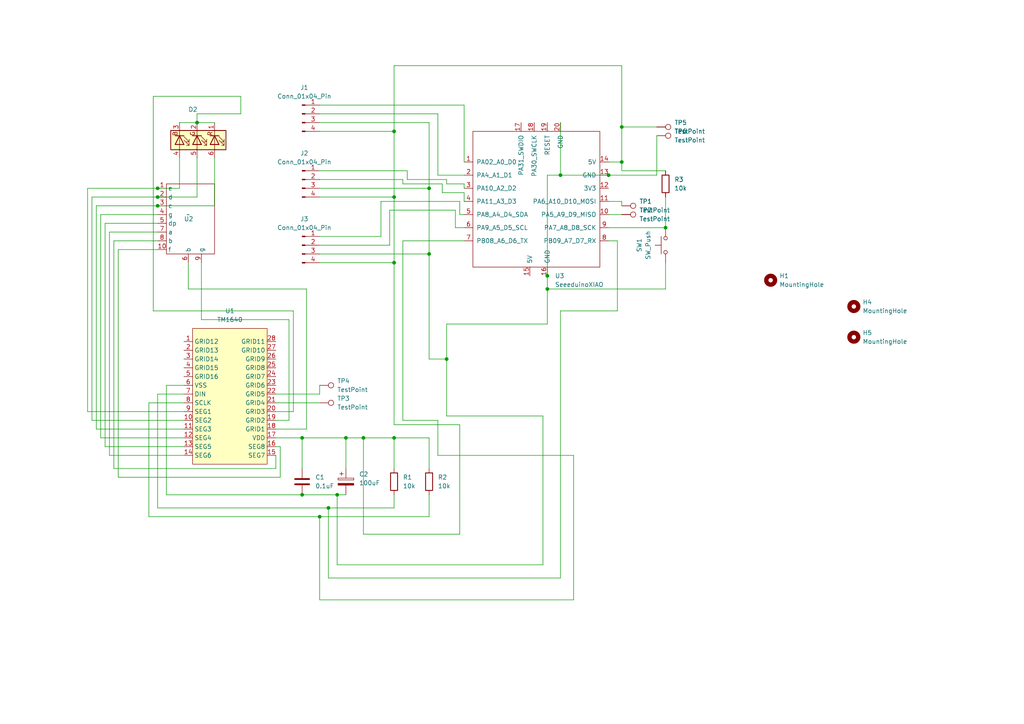
<source format=kicad_sch>
(kicad_sch (version 20230121) (generator eeschema)
  (paper "A4")
  (lib_symbols
    (symbol "7seg2_1"
      (property "Reference" "U" (at 0 0 0))
      (symbol "7seg2_1_0_1"
        (rectangle (start -6.35 8.89) (end 7.62 -11.43))
      )
      (symbol "7seg2_1_1_1"
        (pin input line (at -8.89 7.62 0) (length 2.54) (name "e") (number "1"))
        (pin input line (at -8.89 -10.16 0) (length 2.54) (name "f") (number "10"))
        (pin input line (at -8.89 5.08 0) (length 2.54) (name "d") (number "2"))
        (pin input line (at -8.89 2.54 0) (length 2.54) (name "c") (number "3"))
        (pin input line (at -8.89 0 0) (length 2.54) (name "g") (number "4"))
        (pin input line (at -8.89 -2.54 0) (length 2.54) (name "dp") (number "5"))
        (pin input line (at 0 -13.97 90) (length 2.54) (name "b") (number "6"))
        (pin input line (at -8.89 -5.08 0) (length 2.54) (name "a") (number "7"))
        (pin input line (at -8.89 -7.62 0) (length 2.54) (name "b") (number "8"))
        (pin input line (at 3.81 -13.97 90) (length 2.54) (name "g") (number "9"))
      )
    )
    (symbol "Connector:Conn_01x04_Pin" (pin_names (offset 1.016) hide)
      (property "Reference" "J" (at 0 5.08 0))
      (property "Value" "Conn_01x04_Pin" (at 0 -7.62 0))
      (symbol "Conn_01x04_Pin_1_1"
        (polyline (pts (xy 1.27 -5.08) (xy 0.8636 -5.08)) (stroke (width 0.1524)))
        (polyline (pts (xy 1.27 -2.54) (xy 0.8636 -2.54)) (stroke (width 0.1524)))
        (polyline (pts (xy 1.27 0) (xy 0.8636 0)) (stroke (width 0.1524)))
        (polyline (pts (xy 1.27 2.54) (xy 0.8636 2.54)) (stroke (width 0.1524)))
        (rectangle (start 0.8636 -4.953) (end 0 -5.207) (stroke (width 0.1524)) (fill (type outline)))
        (rectangle (start 0.8636 -2.413) (end 0 -2.667) (stroke (width 0.1524)) (fill (type outline)))
        (rectangle (start 0.8636 0.127) (end 0 -0.127) (stroke (width 0.1524)) (fill (type outline)))
        (rectangle (start 0.8636 2.667) (end 0 2.413) (stroke (width 0.1524)) (fill (type outline)))
        (pin passive line (at 5.08 2.54 180) (length 3.81) (name "Pin_1") (number "1"))
        (pin passive line (at 5.08 0 180) (length 3.81) (name "Pin_2") (number "2"))
        (pin passive line (at 5.08 -2.54 180) (length 3.81) (name "Pin_3") (number "3"))
        (pin passive line (at 5.08 -5.08 180) (length 3.81) (name "Pin_4") (number "4"))
      )
    )
    (symbol "Connector:TestPoint" (pin_numbers hide) (pin_names (offset 0.762) hide)
      (property "Reference" "TP" (at 0 6.858 0))
      (property "Value" "TestPoint" (at 0 5.08 0))
      (symbol "TestPoint_0_1"
        (circle (center 0 3.302) (radius 0.762))
      )
      (symbol "TestPoint_1_1"
        (pin passive line (at 0 0 90) (length 2.54) (name "1") (number "1"))
      )
    )
    (symbol "Device:C" (pin_numbers hide) (pin_names (offset 0.254))
      (property "Reference" "C" (at 0.635 2.54 0))
      (property "Value" "C" (at 0.635 -2.54 0))
      (symbol "C_0_1"
        (polyline (pts (xy -2.032 -0.762) (xy 2.032 -0.762)) (stroke (width 0.508)))
        (polyline (pts (xy -2.032 0.762) (xy 2.032 0.762)) (stroke (width 0.508)))
      )
      (symbol "C_1_1"
        (pin passive line (at 0 3.81 270) (length 2.794) (name "~") (number "1"))
        (pin passive line (at 0 -3.81 90) (length 2.794) (name "~") (number "2"))
      )
    )
    (symbol "Device:C_Polarized" (pin_numbers hide) (pin_names (offset 0.254))
      (property "Reference" "C" (at 0.635 2.54 0))
      (property "Value" "C_Polarized" (at 0.635 -2.54 0))
      (symbol "C_Polarized_0_1"
        (rectangle (start -2.286 0.508) (end 2.286 1.016))
        (polyline (pts (xy -1.778 2.286) (xy -0.762 2.286)))
        (polyline (pts (xy -1.27 2.794) (xy -1.27 1.778)))
        (rectangle (start 2.286 -0.508) (end -2.286 -1.016) (fill (type outline)))
      )
      (symbol "C_Polarized_1_1"
        (pin passive line (at 0 3.81 270) (length 2.794) (name "~") (number "1"))
        (pin passive line (at 0 -3.81 90) (length 2.794) (name "~") (number "2"))
      )
    )
    (symbol "Device:LED_RGB" (pin_names (offset 0) hide)
      (property "Reference" "D" (at 0 9.398 0))
      (property "Value" "LED_RGB" (at 0 -8.89 0))
      (symbol "LED_RGB_0_0"
        (text "B" (at -1.905 -6.35 0) (effects (font (size 1.27 1.27))))
        (text "G" (at -1.905 -1.27 0) (effects (font (size 1.27 1.27))))
        (text "R" (at -1.905 3.81 0) (effects (font (size 1.27 1.27))))
      )
      (symbol "LED_RGB_0_1"
        (polyline (pts (xy -1.27 -5.08) (xy -2.54 -5.08)))
        (polyline (pts (xy -1.27 -5.08) (xy 1.27 -5.08)))
        (polyline (pts (xy -1.27 -3.81) (xy -1.27 -6.35)) (stroke (width 0.254)))
        (polyline (pts (xy -1.27 0) (xy -2.54 0)))
        (polyline (pts (xy -1.27 1.27) (xy -1.27 -1.27)) (stroke (width 0.254)))
        (polyline (pts (xy -1.27 5.08) (xy -2.54 5.08)))
        (polyline (pts (xy -1.27 5.08) (xy 1.27 5.08)))
        (polyline (pts (xy -1.27 6.35) (xy -1.27 3.81)) (stroke (width 0.254)))
        (polyline (pts (xy 1.27 -5.08) (xy 2.54 -5.08)))
        (polyline (pts (xy 1.27 0) (xy -1.27 0)))
        (polyline (pts (xy 1.27 0) (xy 2.54 0)))
        (polyline (pts (xy 1.27 5.08) (xy 2.54 5.08)))
        (polyline (pts (xy -1.27 1.27) (xy -1.27 -1.27) (xy -1.27 -1.27)))
        (polyline (pts (xy -1.27 6.35) (xy -1.27 3.81) (xy -1.27 3.81)))
        (polyline (pts (xy 1.27 -3.81) (xy 1.27 -6.35) (xy -1.27 -5.08) (xy 1.27 -3.81)) (stroke (width 0.254)))
        (polyline (pts (xy 1.27 1.27) (xy 1.27 -1.27) (xy -1.27 0) (xy 1.27 1.27)) (stroke (width 0.254)))
        (polyline (pts (xy 1.27 6.35) (xy 1.27 3.81) (xy -1.27 5.08) (xy 1.27 6.35)) (stroke (width 0.254)))
        (polyline (pts (xy -1.016 -3.81) (xy 0.508 -2.286) (xy -0.254 -2.286) (xy 0.508 -2.286) (xy 0.508 -3.048)))
        (polyline (pts (xy -1.016 1.27) (xy 0.508 2.794) (xy -0.254 2.794) (xy 0.508 2.794) (xy 0.508 2.032)))
        (polyline (pts (xy -1.016 6.35) (xy 0.508 7.874) (xy -0.254 7.874) (xy 0.508 7.874) (xy 0.508 7.112)))
        (polyline (pts (xy 0 -3.81) (xy 1.524 -2.286) (xy 0.762 -2.286) (xy 1.524 -2.286) (xy 1.524 -3.048)))
        (polyline (pts (xy 0 1.27) (xy 1.524 2.794) (xy 0.762 2.794) (xy 1.524 2.794) (xy 1.524 2.032)))
        (polyline (pts (xy 0 6.35) (xy 1.524 7.874) (xy 0.762 7.874) (xy 1.524 7.874) (xy 1.524 7.112)))
        (rectangle (start 1.27 -1.27) (end 1.27 1.27))
        (rectangle (start 1.27 1.27) (end 1.27 1.27))
        (rectangle (start 1.27 3.81) (end 1.27 6.35))
        (rectangle (start 1.27 6.35) (end 1.27 6.35))
        (rectangle (start 2.794 8.382) (end -2.794 -7.62) (stroke (width 0.254)) (fill (type background)))
      )
      (symbol "LED_RGB_1_1"
        (pin passive line (at -5.08 5.08 0) (length 2.54) (name "RK") (number "1"))
        (pin passive line (at -5.08 0 0) (length 2.54) (name "GK") (number "2"))
        (pin passive line (at -5.08 -5.08 0) (length 2.54) (name "BK") (number "3"))
        (pin passive line (at 5.08 -5.08 180) (length 2.54) (name "BA") (number "4"))
        (pin passive line (at 5.08 0 180) (length 2.54) (name "GA") (number "5"))
        (pin passive line (at 5.08 5.08 180) (length 2.54) (name "RA") (number "6"))
      )
    )
    (symbol "Device:R" (pin_numbers hide) (pin_names (offset 0))
      (property "Reference" "R" (at 2.032 0 90))
      (property "Value" "R" (at 0 0 90))
      (symbol "R_0_1"
        (rectangle (start -1.016 -2.54) (end 1.016 2.54) (stroke (width 0.254)))
      )
      (symbol "R_1_1"
        (pin passive line (at 0 3.81 270) (length 1.27) (name "~") (number "1"))
        (pin passive line (at 0 -3.81 90) (length 1.27) (name "~") (number "2"))
      )
    )
    (symbol "Mechanical:MountingHole" (pin_names (offset 1.016))
      (property "Reference" "H" (at 0 5.08 0))
      (property "Value" "MountingHole" (at 0 3.175 0))
      (symbol "MountingHole_0_1"
        (circle (center 0 0) (radius 1.27) (stroke (width 1.27)))
      )
    )
    (symbol "Switch:SW_Push" (pin_numbers hide) (pin_names (offset 1.016) hide)
      (property "Reference" "SW" (at 1.27 2.54 0))
      (property "Value" "SW_Push" (at 0 -1.524 0))
      (symbol "SW_Push_0_1"
        (circle (center -2.032 0) (radius 0.508))
        (polyline (pts (xy 0 1.27) (xy 0 3.048)))
        (polyline (pts (xy 2.54 1.27) (xy -2.54 1.27)))
        (circle (center 2.032 0) (radius 0.508))
        (pin passive line (at -5.08 0 0) (length 2.54) (name "1") (number "1"))
        (pin passive line (at 5.08 0 180) (length 2.54) (name "2") (number "2"))
      )
    )
    (symbol "tm1640:TM1640"
      (property "Reference" "U" (at 7.62 31.75 0))
      (property "Value" "TM1640" (at 24.13 31.75 0))
      (symbol "TM1640_0_1"
        (rectangle (start 6.35 30.48) (end 27.94 -8.89) (fill (type background)))
      )
      (symbol "TM1640_1_1"
        (pin bidirectional line (at 3.81 26.67 0) (length 2.54) (name "GRID12") (number "1"))
        (pin bidirectional line (at 3.81 3.81 0) (length 2.54) (name "SEG2") (number "10"))
        (pin bidirectional line (at 3.81 1.27 0) (length 2.54) (name "SEG3") (number "11"))
        (pin bidirectional line (at 3.81 -1.27 0) (length 2.54) (name "SEG4") (number "12"))
        (pin bidirectional line (at 3.81 -3.81 0) (length 2.54) (name "SEG5") (number "13"))
        (pin bidirectional line (at 3.81 -6.35 0) (length 2.54) (name "SEG6") (number "14"))
        (pin bidirectional line (at 30.48 -6.35 180) (length 2.54) (name "SEG7") (number "15"))
        (pin bidirectional line (at 30.48 -3.81 180) (length 2.54) (name "SEG8") (number "16"))
        (pin power_in line (at 30.48 -1.27 180) (length 2.54) (name "VDD") (number "17"))
        (pin bidirectional line (at 30.48 1.27 180) (length 2.54) (name "GRID1") (number "18"))
        (pin bidirectional line (at 30.48 3.81 180) (length 2.54) (name "GRID2") (number "19"))
        (pin bidirectional line (at 3.81 24.13 0) (length 2.54) (name "GRID13") (number "2"))
        (pin bidirectional line (at 30.48 6.35 180) (length 2.54) (name "GRID3") (number "20"))
        (pin bidirectional line (at 30.48 8.89 180) (length 2.54) (name "GRID4") (number "21"))
        (pin bidirectional line (at 30.48 11.43 180) (length 2.54) (name "GRID5") (number "22"))
        (pin bidirectional line (at 30.48 13.97 180) (length 2.54) (name "GRID6") (number "23"))
        (pin bidirectional line (at 30.48 16.51 180) (length 2.54) (name "GRID7") (number "24"))
        (pin bidirectional line (at 30.48 19.05 180) (length 2.54) (name "GRID8") (number "25"))
        (pin bidirectional line (at 30.48 21.59 180) (length 2.54) (name "GRID9") (number "26"))
        (pin bidirectional line (at 30.48 24.13 180) (length 2.54) (name "GRID10") (number "27"))
        (pin bidirectional line (at 30.48 26.67 180) (length 2.54) (name "GRID11") (number "28"))
        (pin bidirectional line (at 3.81 21.59 0) (length 2.54) (name "GRID14") (number "3"))
        (pin bidirectional line (at 3.81 19.05 0) (length 2.54) (name "GRID15") (number "4"))
        (pin bidirectional line (at 3.81 16.51 0) (length 2.54) (name "GRID16") (number "5"))
        (pin bidirectional line (at 3.81 13.97 0) (length 2.54) (name "VSS") (number "6"))
        (pin bidirectional line (at 3.81 11.43 0) (length 2.54) (name "DIN") (number "7"))
        (pin bidirectional line (at 3.81 8.89 0) (length 2.54) (name "SCLK") (number "8"))
        (pin bidirectional line (at 3.81 6.35 0) (length 2.54) (name "SEG1") (number "9"))
      )
    )
    (symbol "xiao:SeeeduinoXIAO" (pin_names (offset 1.016))
      (property "Reference" "U" (at -19.05 22.86 0))
      (property "Value" "SeeeduinoXIAO" (at -12.7 21.59 0))
      (symbol "SeeeduinoXIAO_0_1"
        (rectangle (start -19.05 20.32) (end 17.78 -19.05))
      )
      (symbol "SeeeduinoXIAO_1_1"
        (pin unspecified line (at -21.59 11.43 0) (length 2.54) (name "PA02_A0_D0") (number "1"))
        (pin unspecified line (at 20.32 -3.81 180) (length 2.54) (name "PA5_A9_D9_MISO") (number "10"))
        (pin unspecified line (at 20.32 0 180) (length 2.54) (name "PA6_A10_D10_MOSI") (number "11"))
        (pin unspecified line (at 20.32 3.81 180) (length 2.54) (name "3V3") (number "12"))
        (pin unspecified line (at 20.32 7.62 180) (length 2.54) (name "GND") (number "13"))
        (pin unspecified line (at 20.32 11.43 180) (length 2.54) (name "5V") (number "14"))
        (pin input line (at -2.54 -21.59 90) (length 2.54) (name "5V") (number "15"))
        (pin input line (at 2.54 -21.59 90) (length 2.54) (name "GND") (number "16"))
        (pin input line (at -5.08 22.86 270) (length 2.54) (name "PA31_SWDIO") (number "17"))
        (pin input line (at -1.27 22.86 270) (length 2.54) (name "PA30_SWCLK") (number "18"))
        (pin input line (at 2.54 22.86 270) (length 2.54) (name "RESET") (number "19"))
        (pin unspecified line (at -21.59 7.62 0) (length 2.54) (name "PA4_A1_D1") (number "2"))
        (pin input line (at 6.35 22.86 270) (length 2.54) (name "GND") (number "20"))
        (pin unspecified line (at -21.59 3.81 0) (length 2.54) (name "PA10_A2_D2") (number "3"))
        (pin unspecified line (at -21.59 0 0) (length 2.54) (name "PA11_A3_D3") (number "4"))
        (pin unspecified line (at -21.59 -3.81 0) (length 2.54) (name "PA8_A4_D4_SDA") (number "5"))
        (pin unspecified line (at -21.59 -7.62 0) (length 2.54) (name "PA9_A5_D5_SCL") (number "6"))
        (pin unspecified line (at -21.59 -11.43 0) (length 2.54) (name "PB08_A6_D6_TX") (number "7"))
        (pin unspecified line (at 20.32 -11.43 180) (length 2.54) (name "PB09_A7_D7_RX") (number "8"))
        (pin unspecified line (at 20.32 -7.62 180) (length 2.54) (name "PA7_A8_D8_SCK") (number "9"))
      )
    )
  )
  (junction (at 114.3 57.15))
  (junction (at 158.75 80.01))
  (junction (at 45.72 59.69))
  (junction (at 114.3 127))
  (junction (at 57.15 35.56))
  (junction (at 180.34 46.99))
  (junction (at 45.72 57.15))
  (junction (at 193.04 66.04))
  (junction (at 158.75 83.82))
  (junction (at 97.79 143.51))
  (junction (at 162.56 50.8))
  (junction (at 114.3 76.2))
  (junction (at 87.63 143.51))
  (junction (at 124.46 73.66))
  (junction (at 105.41 127))
  (junction (at 45.72 54.61))
  (junction (at 129.54 104.14))
  (junction (at 180.34 36.83))
  (junction (at 92.71 149.86))
  (junction (at 100.33 127))
  (junction (at 124.46 54.61))
  (junction (at 87.63 127))
  (junction (at 95.25 147.32))
  (junction (at 114.3 38.1))
  (junction (at 176.53 50.8))
  (wire (pts (xy 124.46 73.66) (xy 124.46 54.61)))
  (wire (pts (xy 85.09 90.17) (xy 85.09 119.38)))
  (wire (pts (xy 87.63 127) (xy 80.01 127)))
  (wire (pts (xy 166.37 132.08) (xy 127 132.08)))
  (wire (pts (xy 129.54 104.14) (xy 129.54 120.65)))
  (wire (pts (xy 176.53 58.42) (xy 180.34 58.42)))
  (wire (pts (xy 34.29 138.43) (xy 34.29 72.39)))
  (wire (pts (xy 179.07 69.85) (xy 176.53 69.85)))
  (wire (pts (xy 53.34 119.38) (xy 25.4 119.38)))
  (wire (pts (xy 193.04 57.15) (xy 193.04 66.04)))
  (wire (pts (xy 54.61 83.82) (xy 88.9 83.82)))
  (wire (pts (xy 31.75 132.08) (xy 31.75 67.31)))
  (wire (pts (xy 190.5 39.37) (xy 190.5 50.8)))
  (wire (pts (xy 27.94 124.46) (xy 27.94 59.69)))
  (wire (pts (xy 113.03 71.12) (xy 113.03 60.96)))
  (wire (pts (xy 129.54 52.07) (xy 129.54 53.34)))
  (wire (pts (xy 58.42 76.2) (xy 58.42 92.71)))
  (wire (pts (xy 124.46 73.66) (xy 92.71 73.66)))
  (wire (pts (xy 127 50.8) (xy 134.62 50.8)))
  (wire (pts (xy 25.4 119.38) (xy 25.4 54.61)))
  (wire (pts (xy 134.62 53.34) (xy 134.62 54.61)))
  (wire (pts (xy 190.5 50.8) (xy 176.53 50.8)))
  (wire (pts (xy 132.08 66.04) (xy 134.62 66.04)))
  (wire (pts (xy 45.72 57.15) (xy 57.15 57.15)))
  (wire (pts (xy 33.02 135.89) (xy 33.02 69.85)))
  (wire (pts (xy 87.63 143.51) (xy 48.26 143.51)))
  (wire (pts (xy 133.35 154.94) (xy 133.35 123.19)))
  (wire (pts (xy 43.18 149.86) (xy 92.71 149.86)))
  (wire (pts (xy 57.15 45.72) (xy 57.15 57.15)))
  (wire (pts (xy 162.56 90.17) (xy 162.56 167.64)))
  (wire (pts (xy 180.34 46.99) (xy 176.53 46.99)))
  (wire (pts (xy 30.48 129.54) (xy 30.48 64.77)))
  (wire (pts (xy 88.9 83.82) (xy 88.9 124.46)))
  (wire (pts (xy 53.34 127) (xy 29.21 127)))
  (wire (pts (xy 87.63 143.51) (xy 97.79 143.51)))
  (wire (pts (xy 48.26 111.76) (xy 53.34 111.76)))
  (wire (pts (xy 57.15 35.56) (xy 57.15 33.02)))
  (wire (pts (xy 43.18 116.84) (xy 53.34 116.84)))
  (wire (pts (xy 157.48 163.83) (xy 157.48 120.65)))
  (wire (pts (xy 57.15 35.56) (xy 62.23 35.56)))
  (wire (pts (xy 92.71 38.1) (xy 114.3 38.1)))
  (wire (pts (xy 116.84 69.85) (xy 134.62 69.85)))
  (wire (pts (xy 133.35 123.19) (xy 114.3 123.19)))
  (wire (pts (xy 127 33.02) (xy 127 50.8)))
  (wire (pts (xy 80.01 129.54) (xy 81.28 129.54)))
  (wire (pts (xy 127 121.92) (xy 116.84 121.92)))
  (wire (pts (xy 158.75 83.82) (xy 193.04 83.82)))
  (wire (pts (xy 180.34 36.83) (xy 190.5 36.83)))
  (wire (pts (xy 97.79 143.51) (xy 97.79 163.83)))
  (wire (pts (xy 124.46 54.61) (xy 92.71 54.61)))
  (wire (pts (xy 92.71 52.07) (xy 116.84 52.07)))
  (wire (pts (xy 129.54 93.98) (xy 129.54 104.14)))
  (wire (pts (xy 97.79 143.51) (xy 100.33 143.51)))
  (wire (pts (xy 180.34 36.83) (xy 180.34 46.99)))
  (wire (pts (xy 176.53 66.04) (xy 193.04 66.04)))
  (wire (pts (xy 53.34 132.08) (xy 31.75 132.08)))
  (wire (pts (xy 162.56 90.17) (xy 179.07 90.17)))
  (wire (pts (xy 25.4 54.61) (xy 45.72 54.61)))
  (wire (pts (xy 83.82 92.71) (xy 83.82 121.92)))
  (wire (pts (xy 33.02 69.85) (xy 45.72 69.85)))
  (wire (pts (xy 113.03 60.96) (xy 132.08 60.96)))
  (wire (pts (xy 53.34 121.92) (xy 26.67 121.92)))
  (wire (pts (xy 158.75 50.8) (xy 158.75 80.01)))
  (wire (pts (xy 92.71 76.2) (xy 114.3 76.2)))
  (wire (pts (xy 114.3 127) (xy 114.3 135.89)))
  (wire (pts (xy 80.01 135.89) (xy 33.02 135.89)))
  (wire (pts (xy 53.34 129.54) (xy 30.48 129.54)))
  (wire (pts (xy 92.71 71.12) (xy 113.03 71.12)))
  (wire (pts (xy 45.72 147.32) (xy 45.72 114.3)))
  (wire (pts (xy 114.3 127) (xy 124.46 127)))
  (wire (pts (xy 114.3 123.19) (xy 114.3 76.2)))
  (wire (pts (xy 26.67 57.15) (xy 45.72 57.15)))
  (wire (pts (xy 114.3 38.1) (xy 114.3 19.05)))
  (wire (pts (xy 45.72 59.69) (xy 62.23 59.69)))
  (wire (pts (xy 158.75 93.98) (xy 158.75 83.82)))
  (wire (pts (xy 83.82 121.92) (xy 80.01 121.92)))
  (wire (pts (xy 92.71 68.58) (xy 110.49 68.58)))
  (wire (pts (xy 95.25 147.32) (xy 95.25 167.64)))
  (wire (pts (xy 110.49 58.42) (xy 133.35 58.42)))
  (wire (pts (xy 100.33 127) (xy 105.41 127)))
  (wire (pts (xy 116.84 52.07) (xy 116.84 53.34)))
  (wire (pts (xy 132.08 60.96) (xy 132.08 66.04)))
  (wire (pts (xy 129.54 93.98) (xy 158.75 93.98)))
  (wire (pts (xy 69.85 27.94) (xy 69.85 33.02)))
  (wire (pts (xy 92.71 111.76) (xy 92.71 114.3)))
  (wire (pts (xy 124.46 143.51) (xy 124.46 149.86)))
  (wire (pts (xy 92.71 149.86) (xy 124.46 149.86)))
  (wire (pts (xy 114.3 19.05) (xy 180.34 19.05)))
  (wire (pts (xy 180.34 19.05) (xy 180.34 36.83)))
  (wire (pts (xy 176.53 62.23) (xy 180.34 62.23)))
  (wire (pts (xy 31.75 67.31) (xy 45.72 67.31)))
  (wire (pts (xy 45.72 147.32) (xy 95.25 147.32)))
  (wire (pts (xy 124.46 35.56) (xy 92.71 35.56)))
  (wire (pts (xy 193.04 49.53) (xy 180.34 49.53)))
  (wire (pts (xy 133.35 58.42) (xy 133.35 62.23)))
  (wire (pts (xy 81.28 138.43) (xy 34.29 138.43)))
  (wire (pts (xy 128.27 55.88) (xy 134.62 55.88)))
  (wire (pts (xy 29.21 127) (xy 29.21 62.23)))
  (wire (pts (xy 80.01 132.08) (xy 80.01 135.89)))
  (wire (pts (xy 92.71 49.53) (xy 118.11 49.53)))
  (wire (pts (xy 124.46 104.14) (xy 124.46 73.66)))
  (wire (pts (xy 133.35 62.23) (xy 134.62 62.23)))
  (wire (pts (xy 44.45 90.17) (xy 85.09 90.17)))
  (wire (pts (xy 54.61 83.82) (xy 54.61 76.2)))
  (wire (pts (xy 180.34 49.53) (xy 180.34 46.99)))
  (wire (pts (xy 43.18 149.86) (xy 43.18 116.84)))
  (wire (pts (xy 193.04 76.2) (xy 193.04 83.82)))
  (wire (pts (xy 92.71 57.15) (xy 114.3 57.15)))
  (wire (pts (xy 100.33 127) (xy 100.33 135.89)))
  (wire (pts (xy 114.3 76.2) (xy 114.3 57.15)))
  (wire (pts (xy 45.72 54.61) (xy 52.07 54.61)))
  (wire (pts (xy 92.71 30.48) (xy 134.62 30.48)))
  (wire (pts (xy 114.3 143.51) (xy 114.3 147.32)))
  (wire (pts (xy 166.37 173.99) (xy 166.37 132.08)))
  (wire (pts (xy 129.54 53.34) (xy 134.62 53.34)))
  (wire (pts (xy 87.63 127) (xy 100.33 127)))
  (wire (pts (xy 52.07 35.56) (xy 57.15 35.56)))
  (wire (pts (xy 128.27 53.34) (xy 128.27 55.88)))
  (wire (pts (xy 124.46 127) (xy 124.46 135.89)))
  (wire (pts (xy 105.41 154.94) (xy 105.41 127)))
  (wire (pts (xy 30.48 64.77) (xy 45.72 64.77)))
  (wire (pts (xy 92.71 149.86) (xy 92.71 173.99)))
  (wire (pts (xy 85.09 119.38) (xy 80.01 119.38)))
  (wire (pts (xy 81.28 129.54) (xy 81.28 138.43)))
  (wire (pts (xy 118.11 52.07) (xy 129.54 52.07)))
  (wire (pts (xy 162.56 50.8) (xy 158.75 50.8)))
  (wire (pts (xy 44.45 27.94) (xy 44.45 90.17)))
  (wire (pts (xy 80.01 116.84) (xy 92.71 116.84)))
  (wire (pts (xy 158.75 80.01) (xy 158.75 83.82)))
  (wire (pts (xy 80.01 114.3) (xy 92.71 114.3)))
  (wire (pts (xy 29.21 62.23) (xy 45.72 62.23)))
  (wire (pts (xy 110.49 68.58) (xy 110.49 58.42)))
  (wire (pts (xy 53.34 124.46) (xy 27.94 124.46)))
  (wire (pts (xy 44.45 27.94) (xy 69.85 27.94)))
  (wire (pts (xy 48.26 143.51) (xy 48.26 111.76)))
  (wire (pts (xy 134.62 30.48) (xy 134.62 46.99)))
  (wire (pts (xy 92.71 33.02) (xy 127 33.02)))
  (wire (pts (xy 127 132.08) (xy 127 121.92)))
  (wire (pts (xy 129.54 104.14) (xy 124.46 104.14)))
  (wire (pts (xy 116.84 53.34) (xy 128.27 53.34)))
  (wire (pts (xy 27.94 59.69) (xy 45.72 59.69)))
  (wire (pts (xy 118.11 49.53) (xy 118.11 52.07)))
  (wire (pts (xy 34.29 72.39) (xy 45.72 72.39)))
  (wire (pts (xy 26.67 121.92) (xy 26.67 57.15)))
  (wire (pts (xy 57.15 33.02) (xy 69.85 33.02)))
  (wire (pts (xy 162.56 35.56) (xy 162.56 50.8)))
  (wire (pts (xy 62.23 45.72) (xy 62.23 59.69)))
  (wire (pts (xy 105.41 127) (xy 114.3 127)))
  (wire (pts (xy 124.46 54.61) (xy 124.46 35.56)))
  (wire (pts (xy 95.25 147.32) (xy 114.3 147.32)))
  (wire (pts (xy 58.42 92.71) (xy 83.82 92.71)))
  (wire (pts (xy 157.48 120.65) (xy 129.54 120.65)))
  (wire (pts (xy 97.79 163.83) (xy 157.48 163.83)))
  (wire (pts (xy 45.72 114.3) (xy 53.34 114.3)))
  (wire (pts (xy 114.3 57.15) (xy 114.3 38.1)))
  (wire (pts (xy 88.9 124.46) (xy 80.01 124.46)))
  (wire (pts (xy 87.63 135.89) (xy 87.63 127)))
  (wire (pts (xy 176.53 50.8) (xy 162.56 50.8)))
  (wire (pts (xy 179.07 90.17) (xy 179.07 69.85)))
  (wire (pts (xy 116.84 121.92) (xy 116.84 69.85)))
  (wire (pts (xy 95.25 167.64) (xy 162.56 167.64)))
  (wire (pts (xy 134.62 55.88) (xy 134.62 58.42)))
  (wire (pts (xy 52.07 45.72) (xy 52.07 54.61)))
  (wire (pts (xy 180.34 58.42) (xy 180.34 59.69)))
  (wire (pts (xy 92.71 173.99) (xy 166.37 173.99)))
  (wire (pts (xy 105.41 154.94) (xy 133.35 154.94)))
  (symbol (lib_id "Connector:TestPoint") (at 190.5 36.83 270) (unit 1)
    (property "Reference" "TP5" (at 195.58 35.56 90) (effects (justify left)))
    (property "Value" "TestPoint" (at 195.58 38.1 90) (effects (justify left)))
    (property "Footprint" "TestPoint:TestPoint_Pad_1.5x1.5mm" (effects hide))
  )
  (symbol (lib_id "Device:C_Polarized") (at 100.33 139.7 0) (unit 1)
    (property "Reference" "C2" (at 104.14 137.541 0) (effects (justify left)))
    (property "Value" "100uF" (at 104.14 140.081 0) (effects (justify left)))
    (property "Footprint" "Capacitor_Tantalum_SMD:CP_EIA-3528-12_Kemet-T" (effects hide))
  )
  (symbol (lib_name "7seg2_1") (lib_id "tm1640:7seg2") (at 54.61 62.23 0) (unit 1)
    (property "Reference" "U2" (at 53.34 63.5 0) (effects (justify left)))
    (property "Value" "~" (at 54.61 62.23 0))
    (property "Footprint" "files:7seg2_small" (effects hide))
  )
  (symbol (lib_id "Connector:TestPoint") (at 180.34 62.23 270) (unit 1)
    (property "Reference" "TP2" (at 185.42 60.96 90) (effects (justify left)))
    (property "Value" "TestPoint" (at 185.42 63.5 90) (effects (justify left)))
    (property "Footprint" "TestPoint:TestPoint_Pad_1.5x1.5mm" (effects hide))
  )
  (symbol (lib_id "Device:R") (at 114.3 139.7 0) (unit 1)
    (property "Reference" "R1" (at 116.84 138.43 0) (effects (justify left)))
    (property "Value" "10k" (at 116.84 140.97 0) (effects (justify left)))
    (property "Footprint" "Resistor_SMD:R_01005_0402Metric" (effects hide))
  )
  (symbol (lib_id "Connector:Conn_01x04_Pin") (at 87.63 71.12 0) (unit 1)
    (property "Reference" "J3" (at 88.265 63.5 0))
    (property "Value" "Conn_01x04_Pin" (at 88.265 66.04 0))
    (property "Footprint" "Connector_PinHeader_1.27mm:PinHeader_1x04_P1.27mm_Horizontal" (effects hide))
  )
  (symbol (lib_id "Device:R") (at 124.46 139.7 0) (unit 1)
    (property "Reference" "R2" (at 127 138.43 0) (effects (justify left)))
    (property "Value" "10k" (at 127 140.97 0) (effects (justify left)))
    (property "Footprint" "Resistor_SMD:R_01005_0402Metric" (effects hide))
  )
  (symbol (lib_id "Device:LED_RGB") (at 57.15 40.64 270) (unit 1)
    (property "Reference" "D1" (effects hide))
    (property "Value" "D2" (at 54.61 31.75 90) (effects (justify left)))
    (property "Footprint" "LED_SMD:LED_RGB_5050-6" (effects hide))
  )
  (symbol (lib_id "Connector:TestPoint") (at 180.34 59.69 270) (unit 1)
    (property "Reference" "TP1" (at 185.42 58.42 90) (effects (justify left)))
    (property "Value" "TestPoint" (at 185.42 60.96 90) (effects (justify left)))
    (property "Footprint" "TestPoint:TestPoint_Pad_1.5x1.5mm" (effects hide))
  )
  (symbol (lib_id "Switch:SW_Push") (at 193.04 71.12 90) (mirror x) (unit 1)
    (property "Reference" "SW1" (at 185.42 71.12 0))
    (property "Value" "SW_Push" (at 187.96 71.12 0))
    (property "Footprint" "Button_Switch_THT:SW_PUSH_6mm" (effects hide))
  )
  (symbol (lib_id "Connector:Conn_01x04_Pin") (at 87.63 33.02 0) (unit 1)
    (property "Reference" "J1" (at 88.265 25.4 0))
    (property "Value" "Conn_01x04_Pin" (at 88.265 27.94 0))
    (property "Footprint" "Connector_PinHeader_1.27mm:PinHeader_1x04_P1.27mm_Horizontal" (effects hide))
  )
  (symbol (lib_id "Connector:TestPoint") (at 92.71 116.84 270) (unit 1)
    (property "Reference" "TP3" (at 97.79 115.57 90) (effects (justify left)))
    (property "Value" "TestPoint" (at 97.79 118.11 90) (effects (justify left)))
    (property "Footprint" "TestPoint:TestPoint_Pad_1.5x1.5mm" (effects hide))
  )
  (symbol (lib_id "tm1640:TM1640") (at 49.53 125.73 0) (unit 1)
    (property "Reference" "U1" (at 66.675 90.17 0))
    (property "Value" "TM1640" (at 66.675 92.71 0))
    (property "Footprint" "files:TM1640" (effects hide))
  )
  (symbol (lib_id "xiao:SeeeduinoXIAO") (at 156.21 58.42 0) (unit 1)
    (property "Reference" "U3" (at 160.9441 80.01 0) (effects (justify left)))
    (property "Value" "SeeeduinoXIAO" (at 160.9441 82.55 0) (effects (justify left)))
    (property "Footprint" "xiao:Seeeduino XIAO-MOUDLE14P-2.54-21X17.8MM" (effects hide))
  )
  (symbol (lib_id "Mechanical:MountingHole") (at 247.65 88.9 0) (unit 1)
    (property "Reference" "H4" (at 250.19 87.63 0) (effects (justify left)))
    (property "Value" "MountingHole" (at 250.19 90.17 0) (effects (justify left)))
    (property "Footprint" "MountingHole:MountingHole_3.2mm_M3" (effects hide))
  )
  (symbol (lib_id "Connector:TestPoint") (at 190.5 39.37 270) (unit 1)
    (property "Reference" "TP6" (at 195.58 38.1 90) (effects (justify left)))
    (property "Value" "TestPoint" (at 195.58 40.64 90) (effects (justify left)))
    (property "Footprint" "TestPoint:TestPoint_Pad_1.5x1.5mm" (effects hide))
  )
  (symbol (lib_id "Connector:Conn_01x04_Pin") (at 87.63 52.07 0) (unit 1)
    (property "Reference" "J2" (at 88.265 44.45 0))
    (property "Value" "Conn_01x04_Pin" (at 88.265 46.99 0))
    (property "Footprint" "Connector_PinHeader_1.27mm:PinHeader_1x04_P1.27mm_Horizontal" (effects hide))
  )
  (symbol (lib_id "Device:R") (at 193.04 53.34 0) (unit 1)
    (property "Reference" "R3" (at 195.58 52.07 0) (effects (justify left)))
    (property "Value" "10k" (at 195.58 54.61 0) (effects (justify left)))
    (property "Footprint" "Resistor_SMD:R_01005_0402Metric" (effects hide))
  )
  (symbol (lib_id "Connector:TestPoint") (at 92.71 111.76 270) (unit 1)
    (property "Reference" "TP4" (at 97.79 110.49 90) (effects (justify left)))
    (property "Value" "TestPoint" (at 97.79 113.03 90) (effects (justify left)))
    (property "Footprint" "TestPoint:TestPoint_Pad_1.5x1.5mm" (effects hide))
  )
  (symbol (lib_id "Mechanical:MountingHole") (at 223.52 81.28 0) (unit 1)
    (property "Reference" "H1" (at 226.06 80.01 0) (effects (justify left)))
    (property "Value" "MountingHole" (at 226.06 82.55 0) (effects (justify left)))
    (property "Footprint" "MountingHole:MountingHole_3.2mm_M3" (effects hide))
  )
  (symbol (lib_id "Device:C") (at 87.63 139.7 0) (unit 1)
    (property "Reference" "C1" (at 91.44 138.43 0) (effects (justify left)))
    (property "Value" "0.1uF" (at 91.44 140.97 0) (effects (justify left)))
    (property "Footprint" "Capacitor_SMD:C_0603_1608Metric" (effects hide))
  )
  (symbol (lib_id "Mechanical:MountingHole") (at 247.65 97.79 0) (unit 1)
    (property "Reference" "H5" (at 250.19 96.52 0) (effects (justify left)))
    (property "Value" "MountingHole" (at 250.19 99.06 0) (effects (justify left)))
    (property "Footprint" "MountingHole:MountingHole_3.2mm_M3" (effects hide))
  )
)
</source>
